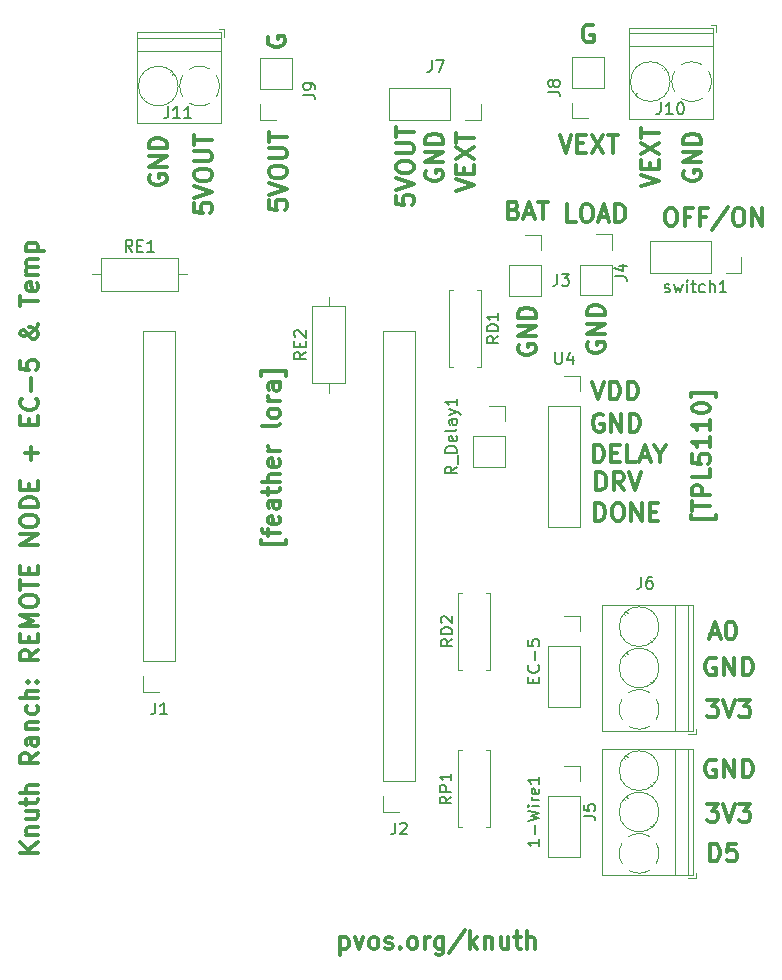
<source format=gbr>
G04 #@! TF.GenerationSoftware,KiCad,Pcbnew,5.0.2-bee76a0~70~ubuntu18.04.1*
G04 #@! TF.CreationDate,2019-07-28T23:16:02-04:00*
G04 #@! TF.ProjectId,knuth-gateway,6b6e7574-682d-4676-9174-657761792e6b,rev?*
G04 #@! TF.SameCoordinates,Original*
G04 #@! TF.FileFunction,Legend,Top*
G04 #@! TF.FilePolarity,Positive*
%FSLAX46Y46*%
G04 Gerber Fmt 4.6, Leading zero omitted, Abs format (unit mm)*
G04 Created by KiCad (PCBNEW 5.0.2-bee76a0~70~ubuntu18.04.1) date Sun 28 Jul 2019 11:16:02 PM EDT*
%MOMM*%
%LPD*%
G01*
G04 APERTURE LIST*
%ADD10C,0.300000*%
%ADD11C,0.120000*%
%ADD12C,0.150000*%
G04 APERTURE END LIST*
D10*
X243577371Y-61798685D02*
X245077371Y-61298685D01*
X243577371Y-60798685D01*
X244291657Y-60298685D02*
X244291657Y-59798685D01*
X245077371Y-59584400D02*
X245077371Y-60298685D01*
X243577371Y-60298685D01*
X243577371Y-59584400D01*
X243577371Y-59084400D02*
X245077371Y-58084400D01*
X243577371Y-58084400D02*
X245077371Y-59084400D01*
X243577371Y-57727257D02*
X243577371Y-56870114D01*
X245077371Y-57298685D02*
X243577371Y-57298685D01*
X241058000Y-60070857D02*
X240986571Y-60213714D01*
X240986571Y-60428000D01*
X241058000Y-60642285D01*
X241200857Y-60785142D01*
X241343714Y-60856571D01*
X241629428Y-60928000D01*
X241843714Y-60928000D01*
X242129428Y-60856571D01*
X242272285Y-60785142D01*
X242415142Y-60642285D01*
X242486571Y-60428000D01*
X242486571Y-60285142D01*
X242415142Y-60070857D01*
X242343714Y-59999428D01*
X241843714Y-59999428D01*
X241843714Y-60285142D01*
X242486571Y-59356571D02*
X240986571Y-59356571D01*
X242486571Y-58499428D01*
X240986571Y-58499428D01*
X242486571Y-57785142D02*
X240986571Y-57785142D01*
X240986571Y-57428000D01*
X241058000Y-57213714D01*
X241200857Y-57070857D01*
X241343714Y-56999428D01*
X241629428Y-56928000D01*
X241843714Y-56928000D01*
X242129428Y-56999428D01*
X242272285Y-57070857D01*
X242415142Y-57213714D01*
X242486571Y-57428000D01*
X242486571Y-57785142D01*
X238497371Y-62169371D02*
X238497371Y-62883657D01*
X239211657Y-62955085D01*
X239140228Y-62883657D01*
X239068800Y-62740800D01*
X239068800Y-62383657D01*
X239140228Y-62240800D01*
X239211657Y-62169371D01*
X239354514Y-62097942D01*
X239711657Y-62097942D01*
X239854514Y-62169371D01*
X239925942Y-62240800D01*
X239997371Y-62383657D01*
X239997371Y-62740800D01*
X239925942Y-62883657D01*
X239854514Y-62955085D01*
X238497371Y-61669371D02*
X239997371Y-61169371D01*
X238497371Y-60669371D01*
X238497371Y-59883657D02*
X238497371Y-59597942D01*
X238568800Y-59455085D01*
X238711657Y-59312228D01*
X238997371Y-59240800D01*
X239497371Y-59240800D01*
X239783085Y-59312228D01*
X239925942Y-59455085D01*
X239997371Y-59597942D01*
X239997371Y-59883657D01*
X239925942Y-60026514D01*
X239783085Y-60169371D01*
X239497371Y-60240800D01*
X238997371Y-60240800D01*
X238711657Y-60169371D01*
X238568800Y-60026514D01*
X238497371Y-59883657D01*
X238497371Y-58597942D02*
X239711657Y-58597942D01*
X239854514Y-58526514D01*
X239925942Y-58455085D01*
X239997371Y-58312228D01*
X239997371Y-58026514D01*
X239925942Y-57883657D01*
X239854514Y-57812228D01*
X239711657Y-57740800D01*
X238497371Y-57740800D01*
X238497371Y-57240800D02*
X238497371Y-56383657D01*
X239997371Y-56812228D02*
X238497371Y-56812228D01*
X262902000Y-60070857D02*
X262830571Y-60213714D01*
X262830571Y-60428000D01*
X262902000Y-60642285D01*
X263044857Y-60785142D01*
X263187714Y-60856571D01*
X263473428Y-60928000D01*
X263687714Y-60928000D01*
X263973428Y-60856571D01*
X264116285Y-60785142D01*
X264259142Y-60642285D01*
X264330571Y-60428000D01*
X264330571Y-60285142D01*
X264259142Y-60070857D01*
X264187714Y-59999428D01*
X263687714Y-59999428D01*
X263687714Y-60285142D01*
X264330571Y-59356571D02*
X262830571Y-59356571D01*
X264330571Y-58499428D01*
X262830571Y-58499428D01*
X264330571Y-57785142D02*
X262830571Y-57785142D01*
X262830571Y-57428000D01*
X262902000Y-57213714D01*
X263044857Y-57070857D01*
X263187714Y-56999428D01*
X263473428Y-56928000D01*
X263687714Y-56928000D01*
X263973428Y-56999428D01*
X264116285Y-57070857D01*
X264259142Y-57213714D01*
X264330571Y-57428000D01*
X264330571Y-57785142D01*
X259274571Y-61392285D02*
X260774571Y-60892285D01*
X259274571Y-60392285D01*
X259988857Y-59892285D02*
X259988857Y-59392285D01*
X260774571Y-59178000D02*
X260774571Y-59892285D01*
X259274571Y-59892285D01*
X259274571Y-59178000D01*
X259274571Y-58678000D02*
X260774571Y-57678000D01*
X259274571Y-57678000D02*
X260774571Y-58678000D01*
X259274571Y-57320857D02*
X259274571Y-56463714D01*
X260774571Y-56892285D02*
X259274571Y-56892285D01*
X255154857Y-47764000D02*
X255012000Y-47692571D01*
X254797714Y-47692571D01*
X254583428Y-47764000D01*
X254440571Y-47906857D01*
X254369142Y-48049714D01*
X254297714Y-48335428D01*
X254297714Y-48549714D01*
X254369142Y-48835428D01*
X254440571Y-48978285D01*
X254583428Y-49121142D01*
X254797714Y-49192571D01*
X254940571Y-49192571D01*
X255154857Y-49121142D01*
X255226285Y-49049714D01*
X255226285Y-48549714D01*
X254940571Y-48549714D01*
X252348514Y-57039771D02*
X252848514Y-58539771D01*
X253348514Y-57039771D01*
X253848514Y-57754057D02*
X254348514Y-57754057D01*
X254562800Y-58539771D02*
X253848514Y-58539771D01*
X253848514Y-57039771D01*
X254562800Y-57039771D01*
X255062800Y-57039771D02*
X256062800Y-58539771D01*
X256062800Y-57039771D02*
X255062800Y-58539771D01*
X256419942Y-57039771D02*
X257277085Y-57039771D01*
X256848514Y-58539771D02*
X256848514Y-57039771D01*
X227697600Y-48730742D02*
X227626171Y-48873600D01*
X227626171Y-49087885D01*
X227697600Y-49302171D01*
X227840457Y-49445028D01*
X227983314Y-49516457D01*
X228269028Y-49587885D01*
X228483314Y-49587885D01*
X228769028Y-49516457D01*
X228911885Y-49445028D01*
X229054742Y-49302171D01*
X229126171Y-49087885D01*
X229126171Y-48945028D01*
X229054742Y-48730742D01*
X228983314Y-48659314D01*
X228483314Y-48659314D01*
X228483314Y-48945028D01*
X227727771Y-62575771D02*
X227727771Y-63290057D01*
X228442057Y-63361485D01*
X228370628Y-63290057D01*
X228299200Y-63147200D01*
X228299200Y-62790057D01*
X228370628Y-62647200D01*
X228442057Y-62575771D01*
X228584914Y-62504342D01*
X228942057Y-62504342D01*
X229084914Y-62575771D01*
X229156342Y-62647200D01*
X229227771Y-62790057D01*
X229227771Y-63147200D01*
X229156342Y-63290057D01*
X229084914Y-63361485D01*
X227727771Y-62075771D02*
X229227771Y-61575771D01*
X227727771Y-61075771D01*
X227727771Y-60290057D02*
X227727771Y-60004342D01*
X227799200Y-59861485D01*
X227942057Y-59718628D01*
X228227771Y-59647200D01*
X228727771Y-59647200D01*
X229013485Y-59718628D01*
X229156342Y-59861485D01*
X229227771Y-60004342D01*
X229227771Y-60290057D01*
X229156342Y-60432914D01*
X229013485Y-60575771D01*
X228727771Y-60647200D01*
X228227771Y-60647200D01*
X227942057Y-60575771D01*
X227799200Y-60432914D01*
X227727771Y-60290057D01*
X227727771Y-59004342D02*
X228942057Y-59004342D01*
X229084914Y-58932914D01*
X229156342Y-58861485D01*
X229227771Y-58718628D01*
X229227771Y-58432914D01*
X229156342Y-58290057D01*
X229084914Y-58218628D01*
X228942057Y-58147200D01*
X227727771Y-58147200D01*
X227727771Y-57647200D02*
X227727771Y-56790057D01*
X229227771Y-57218628D02*
X227727771Y-57218628D01*
X221428571Y-62829771D02*
X221428571Y-63544057D01*
X222142857Y-63615485D01*
X222071428Y-63544057D01*
X222000000Y-63401200D01*
X222000000Y-63044057D01*
X222071428Y-62901200D01*
X222142857Y-62829771D01*
X222285714Y-62758342D01*
X222642857Y-62758342D01*
X222785714Y-62829771D01*
X222857142Y-62901200D01*
X222928571Y-63044057D01*
X222928571Y-63401200D01*
X222857142Y-63544057D01*
X222785714Y-63615485D01*
X221428571Y-62329771D02*
X222928571Y-61829771D01*
X221428571Y-61329771D01*
X221428571Y-60544057D02*
X221428571Y-60258342D01*
X221500000Y-60115485D01*
X221642857Y-59972628D01*
X221928571Y-59901200D01*
X222428571Y-59901200D01*
X222714285Y-59972628D01*
X222857142Y-60115485D01*
X222928571Y-60258342D01*
X222928571Y-60544057D01*
X222857142Y-60686914D01*
X222714285Y-60829771D01*
X222428571Y-60901200D01*
X221928571Y-60901200D01*
X221642857Y-60829771D01*
X221500000Y-60686914D01*
X221428571Y-60544057D01*
X221428571Y-59258342D02*
X222642857Y-59258342D01*
X222785714Y-59186914D01*
X222857142Y-59115485D01*
X222928571Y-58972628D01*
X222928571Y-58686914D01*
X222857142Y-58544057D01*
X222785714Y-58472628D01*
X222642857Y-58401200D01*
X221428571Y-58401200D01*
X221428571Y-57901200D02*
X221428571Y-57044057D01*
X222928571Y-57472628D02*
X221428571Y-57472628D01*
X217639200Y-60426457D02*
X217567771Y-60569314D01*
X217567771Y-60783600D01*
X217639200Y-60997885D01*
X217782057Y-61140742D01*
X217924914Y-61212171D01*
X218210628Y-61283600D01*
X218424914Y-61283600D01*
X218710628Y-61212171D01*
X218853485Y-61140742D01*
X218996342Y-60997885D01*
X219067771Y-60783600D01*
X219067771Y-60640742D01*
X218996342Y-60426457D01*
X218924914Y-60355028D01*
X218424914Y-60355028D01*
X218424914Y-60640742D01*
X219067771Y-59712171D02*
X217567771Y-59712171D01*
X219067771Y-58855028D01*
X217567771Y-58855028D01*
X219067771Y-58140742D02*
X217567771Y-58140742D01*
X217567771Y-57783600D01*
X217639200Y-57569314D01*
X217782057Y-57426457D01*
X217924914Y-57355028D01*
X218210628Y-57283600D01*
X218424914Y-57283600D01*
X218710628Y-57355028D01*
X218853485Y-57426457D01*
X218996342Y-57569314D01*
X219067771Y-57783600D01*
X219067771Y-58140742D01*
X255111500Y-77918571D02*
X255611500Y-79418571D01*
X256111500Y-77918571D01*
X256611500Y-79418571D02*
X256611500Y-77918571D01*
X256968642Y-77918571D01*
X257182928Y-77990000D01*
X257325785Y-78132857D01*
X257397214Y-78275714D01*
X257468642Y-78561428D01*
X257468642Y-78775714D01*
X257397214Y-79061428D01*
X257325785Y-79204285D01*
X257182928Y-79347142D01*
X256968642Y-79418571D01*
X256611500Y-79418571D01*
X258111500Y-79418571D02*
X258111500Y-77918571D01*
X258468642Y-77918571D01*
X258682928Y-77990000D01*
X258825785Y-78132857D01*
X258897214Y-78275714D01*
X258968642Y-78561428D01*
X258968642Y-78775714D01*
X258897214Y-79061428D01*
X258825785Y-79204285D01*
X258682928Y-79347142D01*
X258468642Y-79418571D01*
X258111500Y-79418571D01*
X256006742Y-80720500D02*
X255863885Y-80649071D01*
X255649600Y-80649071D01*
X255435314Y-80720500D01*
X255292457Y-80863357D01*
X255221028Y-81006214D01*
X255149600Y-81291928D01*
X255149600Y-81506214D01*
X255221028Y-81791928D01*
X255292457Y-81934785D01*
X255435314Y-82077642D01*
X255649600Y-82149071D01*
X255792457Y-82149071D01*
X256006742Y-82077642D01*
X256078171Y-82006214D01*
X256078171Y-81506214D01*
X255792457Y-81506214D01*
X256721028Y-82149071D02*
X256721028Y-80649071D01*
X257578171Y-82149071D01*
X257578171Y-80649071D01*
X258292457Y-82149071D02*
X258292457Y-80649071D01*
X258649600Y-80649071D01*
X258863885Y-80720500D01*
X259006742Y-80863357D01*
X259078171Y-81006214D01*
X259149600Y-81291928D01*
X259149600Y-81506214D01*
X259078171Y-81791928D01*
X259006742Y-81934785D01*
X258863885Y-82077642D01*
X258649600Y-82149071D01*
X258292457Y-82149071D01*
X255226714Y-84752571D02*
X255226714Y-83252571D01*
X255583857Y-83252571D01*
X255798142Y-83324000D01*
X255941000Y-83466857D01*
X256012428Y-83609714D01*
X256083857Y-83895428D01*
X256083857Y-84109714D01*
X256012428Y-84395428D01*
X255941000Y-84538285D01*
X255798142Y-84681142D01*
X255583857Y-84752571D01*
X255226714Y-84752571D01*
X256726714Y-83966857D02*
X257226714Y-83966857D01*
X257441000Y-84752571D02*
X256726714Y-84752571D01*
X256726714Y-83252571D01*
X257441000Y-83252571D01*
X258798142Y-84752571D02*
X258083857Y-84752571D01*
X258083857Y-83252571D01*
X259226714Y-84324000D02*
X259941000Y-84324000D01*
X259083857Y-84752571D02*
X259583857Y-83252571D01*
X260083857Y-84752571D01*
X260869571Y-84038285D02*
X260869571Y-84752571D01*
X260369571Y-83252571D02*
X260869571Y-84038285D01*
X261369571Y-83252571D01*
X255452785Y-87102071D02*
X255452785Y-85602071D01*
X255809928Y-85602071D01*
X256024214Y-85673500D01*
X256167071Y-85816357D01*
X256238500Y-85959214D01*
X256309928Y-86244928D01*
X256309928Y-86459214D01*
X256238500Y-86744928D01*
X256167071Y-86887785D01*
X256024214Y-87030642D01*
X255809928Y-87102071D01*
X255452785Y-87102071D01*
X257809928Y-87102071D02*
X257309928Y-86387785D01*
X256952785Y-87102071D02*
X256952785Y-85602071D01*
X257524214Y-85602071D01*
X257667071Y-85673500D01*
X257738500Y-85744928D01*
X257809928Y-85887785D01*
X257809928Y-86102071D01*
X257738500Y-86244928D01*
X257667071Y-86316357D01*
X257524214Y-86387785D01*
X256952785Y-86387785D01*
X258238500Y-85602071D02*
X258738500Y-87102071D01*
X259238500Y-85602071D01*
X255357642Y-89705571D02*
X255357642Y-88205571D01*
X255714785Y-88205571D01*
X255929071Y-88277000D01*
X256071928Y-88419857D01*
X256143357Y-88562714D01*
X256214785Y-88848428D01*
X256214785Y-89062714D01*
X256143357Y-89348428D01*
X256071928Y-89491285D01*
X255929071Y-89634142D01*
X255714785Y-89705571D01*
X255357642Y-89705571D01*
X257143357Y-88205571D02*
X257429071Y-88205571D01*
X257571928Y-88277000D01*
X257714785Y-88419857D01*
X257786214Y-88705571D01*
X257786214Y-89205571D01*
X257714785Y-89491285D01*
X257571928Y-89634142D01*
X257429071Y-89705571D01*
X257143357Y-89705571D01*
X257000500Y-89634142D01*
X256857642Y-89491285D01*
X256786214Y-89205571D01*
X256786214Y-88705571D01*
X256857642Y-88419857D01*
X257000500Y-88277000D01*
X257143357Y-88205571D01*
X258429071Y-89705571D02*
X258429071Y-88205571D01*
X259286214Y-89705571D01*
X259286214Y-88205571D01*
X260000500Y-88919857D02*
X260500500Y-88919857D01*
X260714785Y-89705571D02*
X260000500Y-89705571D01*
X260000500Y-88205571D01*
X260714785Y-88205571D01*
X248881200Y-74802857D02*
X248809771Y-74945714D01*
X248809771Y-75160000D01*
X248881200Y-75374285D01*
X249024057Y-75517142D01*
X249166914Y-75588571D01*
X249452628Y-75660000D01*
X249666914Y-75660000D01*
X249952628Y-75588571D01*
X250095485Y-75517142D01*
X250238342Y-75374285D01*
X250309771Y-75160000D01*
X250309771Y-75017142D01*
X250238342Y-74802857D01*
X250166914Y-74731428D01*
X249666914Y-74731428D01*
X249666914Y-75017142D01*
X250309771Y-74088571D02*
X248809771Y-74088571D01*
X250309771Y-73231428D01*
X248809771Y-73231428D01*
X250309771Y-72517142D02*
X248809771Y-72517142D01*
X248809771Y-72160000D01*
X248881200Y-71945714D01*
X249024057Y-71802857D01*
X249166914Y-71731428D01*
X249452628Y-71660000D01*
X249666914Y-71660000D01*
X249952628Y-71731428D01*
X250095485Y-71802857D01*
X250238342Y-71945714D01*
X250309771Y-72160000D01*
X250309771Y-72517142D01*
X253708114Y-64381771D02*
X252993828Y-64381771D01*
X252993828Y-62881771D01*
X254493828Y-62881771D02*
X254779542Y-62881771D01*
X254922400Y-62953200D01*
X255065257Y-63096057D01*
X255136685Y-63381771D01*
X255136685Y-63881771D01*
X255065257Y-64167485D01*
X254922400Y-64310342D01*
X254779542Y-64381771D01*
X254493828Y-64381771D01*
X254350971Y-64310342D01*
X254208114Y-64167485D01*
X254136685Y-63881771D01*
X254136685Y-63381771D01*
X254208114Y-63096057D01*
X254350971Y-62953200D01*
X254493828Y-62881771D01*
X255708114Y-63953200D02*
X256422400Y-63953200D01*
X255565257Y-64381771D02*
X256065257Y-62881771D01*
X256565257Y-64381771D01*
X257065257Y-64381771D02*
X257065257Y-62881771D01*
X257422400Y-62881771D01*
X257636685Y-62953200D01*
X257779542Y-63096057D01*
X257850971Y-63238914D01*
X257922400Y-63524628D01*
X257922400Y-63738914D01*
X257850971Y-64024628D01*
X257779542Y-64167485D01*
X257636685Y-64310342D01*
X257422400Y-64381771D01*
X257065257Y-64381771D01*
X265592571Y-89226400D02*
X265592571Y-89583542D01*
X263449714Y-89583542D01*
X263449714Y-89226400D01*
X263592571Y-88869257D02*
X263592571Y-88012114D01*
X265092571Y-88440685D02*
X263592571Y-88440685D01*
X265092571Y-87512114D02*
X263592571Y-87512114D01*
X263592571Y-86940685D01*
X263664000Y-86797828D01*
X263735428Y-86726400D01*
X263878285Y-86654971D01*
X264092571Y-86654971D01*
X264235428Y-86726400D01*
X264306857Y-86797828D01*
X264378285Y-86940685D01*
X264378285Y-87512114D01*
X265092571Y-85297828D02*
X265092571Y-86012114D01*
X263592571Y-86012114D01*
X263592571Y-84083542D02*
X263592571Y-84797828D01*
X264306857Y-84869257D01*
X264235428Y-84797828D01*
X264164000Y-84654971D01*
X264164000Y-84297828D01*
X264235428Y-84154971D01*
X264306857Y-84083542D01*
X264449714Y-84012114D01*
X264806857Y-84012114D01*
X264949714Y-84083542D01*
X265021142Y-84154971D01*
X265092571Y-84297828D01*
X265092571Y-84654971D01*
X265021142Y-84797828D01*
X264949714Y-84869257D01*
X265092571Y-82583542D02*
X265092571Y-83440685D01*
X265092571Y-83012114D02*
X263592571Y-83012114D01*
X263806857Y-83154971D01*
X263949714Y-83297828D01*
X264021142Y-83440685D01*
X265092571Y-81154971D02*
X265092571Y-82012114D01*
X265092571Y-81583542D02*
X263592571Y-81583542D01*
X263806857Y-81726400D01*
X263949714Y-81869257D01*
X264021142Y-82012114D01*
X263592571Y-80226400D02*
X263592571Y-80083542D01*
X263664000Y-79940685D01*
X263735428Y-79869257D01*
X263878285Y-79797828D01*
X264164000Y-79726400D01*
X264521142Y-79726400D01*
X264806857Y-79797828D01*
X264949714Y-79869257D01*
X265021142Y-79940685D01*
X265092571Y-80083542D01*
X265092571Y-80226400D01*
X265021142Y-80369257D01*
X264949714Y-80440685D01*
X264806857Y-80512114D01*
X264521142Y-80583542D01*
X264164000Y-80583542D01*
X263878285Y-80512114D01*
X263735428Y-80440685D01*
X263664000Y-80369257D01*
X263592571Y-80226400D01*
X265592571Y-79226400D02*
X265592571Y-78869257D01*
X263449714Y-78869257D01*
X263449714Y-79226400D01*
X229168971Y-91343085D02*
X229168971Y-91700228D01*
X227026114Y-91700228D01*
X227026114Y-91343085D01*
X227668971Y-90985942D02*
X227668971Y-90414514D01*
X228668971Y-90771657D02*
X227383257Y-90771657D01*
X227240400Y-90700228D01*
X227168971Y-90557371D01*
X227168971Y-90414514D01*
X228597542Y-89343085D02*
X228668971Y-89485942D01*
X228668971Y-89771657D01*
X228597542Y-89914514D01*
X228454685Y-89985942D01*
X227883257Y-89985942D01*
X227740400Y-89914514D01*
X227668971Y-89771657D01*
X227668971Y-89485942D01*
X227740400Y-89343085D01*
X227883257Y-89271657D01*
X228026114Y-89271657D01*
X228168971Y-89985942D01*
X228668971Y-87985942D02*
X227883257Y-87985942D01*
X227740400Y-88057371D01*
X227668971Y-88200228D01*
X227668971Y-88485942D01*
X227740400Y-88628800D01*
X228597542Y-87985942D02*
X228668971Y-88128800D01*
X228668971Y-88485942D01*
X228597542Y-88628800D01*
X228454685Y-88700228D01*
X228311828Y-88700228D01*
X228168971Y-88628800D01*
X228097542Y-88485942D01*
X228097542Y-88128800D01*
X228026114Y-87985942D01*
X227668971Y-87485942D02*
X227668971Y-86914514D01*
X227168971Y-87271657D02*
X228454685Y-87271657D01*
X228597542Y-87200228D01*
X228668971Y-87057371D01*
X228668971Y-86914514D01*
X228668971Y-86414514D02*
X227168971Y-86414514D01*
X228668971Y-85771657D02*
X227883257Y-85771657D01*
X227740400Y-85843085D01*
X227668971Y-85985942D01*
X227668971Y-86200228D01*
X227740400Y-86343085D01*
X227811828Y-86414514D01*
X228597542Y-84485942D02*
X228668971Y-84628800D01*
X228668971Y-84914514D01*
X228597542Y-85057371D01*
X228454685Y-85128800D01*
X227883257Y-85128800D01*
X227740400Y-85057371D01*
X227668971Y-84914514D01*
X227668971Y-84628800D01*
X227740400Y-84485942D01*
X227883257Y-84414514D01*
X228026114Y-84414514D01*
X228168971Y-85128800D01*
X228668971Y-83771657D02*
X227668971Y-83771657D01*
X227954685Y-83771657D02*
X227811828Y-83700228D01*
X227740400Y-83628800D01*
X227668971Y-83485942D01*
X227668971Y-83343085D01*
X228668971Y-81485942D02*
X228597542Y-81628800D01*
X228454685Y-81700228D01*
X227168971Y-81700228D01*
X228668971Y-80700228D02*
X228597542Y-80843085D01*
X228526114Y-80914514D01*
X228383257Y-80985942D01*
X227954685Y-80985942D01*
X227811828Y-80914514D01*
X227740400Y-80843085D01*
X227668971Y-80700228D01*
X227668971Y-80485942D01*
X227740400Y-80343085D01*
X227811828Y-80271657D01*
X227954685Y-80200228D01*
X228383257Y-80200228D01*
X228526114Y-80271657D01*
X228597542Y-80343085D01*
X228668971Y-80485942D01*
X228668971Y-80700228D01*
X228668971Y-79557371D02*
X227668971Y-79557371D01*
X227954685Y-79557371D02*
X227811828Y-79485942D01*
X227740400Y-79414514D01*
X227668971Y-79271657D01*
X227668971Y-79128800D01*
X228668971Y-77985942D02*
X227883257Y-77985942D01*
X227740400Y-78057371D01*
X227668971Y-78200228D01*
X227668971Y-78485942D01*
X227740400Y-78628800D01*
X228597542Y-77985942D02*
X228668971Y-78128800D01*
X228668971Y-78485942D01*
X228597542Y-78628800D01*
X228454685Y-78700228D01*
X228311828Y-78700228D01*
X228168971Y-78628800D01*
X228097542Y-78485942D01*
X228097542Y-78128800D01*
X228026114Y-77985942D01*
X229168971Y-77414514D02*
X229168971Y-77057371D01*
X227026114Y-77057371D01*
X227026114Y-77414514D01*
X248473257Y-63392857D02*
X248687542Y-63464285D01*
X248758971Y-63535714D01*
X248830400Y-63678571D01*
X248830400Y-63892857D01*
X248758971Y-64035714D01*
X248687542Y-64107142D01*
X248544685Y-64178571D01*
X247973257Y-64178571D01*
X247973257Y-62678571D01*
X248473257Y-62678571D01*
X248616114Y-62750000D01*
X248687542Y-62821428D01*
X248758971Y-62964285D01*
X248758971Y-63107142D01*
X248687542Y-63250000D01*
X248616114Y-63321428D01*
X248473257Y-63392857D01*
X247973257Y-63392857D01*
X249401828Y-63750000D02*
X250116114Y-63750000D01*
X249258971Y-64178571D02*
X249758971Y-62678571D01*
X250258971Y-64178571D01*
X250544685Y-62678571D02*
X251401828Y-62678571D01*
X250973257Y-64178571D02*
X250973257Y-62678571D01*
X254723200Y-74599657D02*
X254651771Y-74742514D01*
X254651771Y-74956800D01*
X254723200Y-75171085D01*
X254866057Y-75313942D01*
X255008914Y-75385371D01*
X255294628Y-75456800D01*
X255508914Y-75456800D01*
X255794628Y-75385371D01*
X255937485Y-75313942D01*
X256080342Y-75171085D01*
X256151771Y-74956800D01*
X256151771Y-74813942D01*
X256080342Y-74599657D01*
X256008914Y-74528228D01*
X255508914Y-74528228D01*
X255508914Y-74813942D01*
X256151771Y-73885371D02*
X254651771Y-73885371D01*
X256151771Y-73028228D01*
X254651771Y-73028228D01*
X256151771Y-72313942D02*
X254651771Y-72313942D01*
X254651771Y-71956800D01*
X254723200Y-71742514D01*
X254866057Y-71599657D01*
X255008914Y-71528228D01*
X255294628Y-71456800D01*
X255508914Y-71456800D01*
X255794628Y-71528228D01*
X255937485Y-71599657D01*
X256080342Y-71742514D01*
X256151771Y-71956800D01*
X256151771Y-72313942D01*
X265120571Y-99310000D02*
X265834857Y-99310000D01*
X264977714Y-99738571D02*
X265477714Y-98238571D01*
X265977714Y-99738571D01*
X266763428Y-98238571D02*
X266906285Y-98238571D01*
X267049142Y-98310000D01*
X267120571Y-98381428D01*
X267192000Y-98524285D01*
X267263428Y-98810000D01*
X267263428Y-99167142D01*
X267192000Y-99452857D01*
X267120571Y-99595714D01*
X267049142Y-99667142D01*
X266906285Y-99738571D01*
X266763428Y-99738571D01*
X266620571Y-99667142D01*
X266549142Y-99595714D01*
X266477714Y-99452857D01*
X266406285Y-99167142D01*
X266406285Y-98810000D01*
X266477714Y-98524285D01*
X266549142Y-98381428D01*
X266620571Y-98310000D01*
X266763428Y-98238571D01*
X264842857Y-104842571D02*
X265771428Y-104842571D01*
X265271428Y-105414000D01*
X265485714Y-105414000D01*
X265628571Y-105485428D01*
X265700000Y-105556857D01*
X265771428Y-105699714D01*
X265771428Y-106056857D01*
X265700000Y-106199714D01*
X265628571Y-106271142D01*
X265485714Y-106342571D01*
X265057142Y-106342571D01*
X264914285Y-106271142D01*
X264842857Y-106199714D01*
X266200000Y-104842571D02*
X266700000Y-106342571D01*
X267200000Y-104842571D01*
X267557142Y-104842571D02*
X268485714Y-104842571D01*
X267985714Y-105414000D01*
X268200000Y-105414000D01*
X268342857Y-105485428D01*
X268414285Y-105556857D01*
X268485714Y-105699714D01*
X268485714Y-106056857D01*
X268414285Y-106199714D01*
X268342857Y-106271142D01*
X268200000Y-106342571D01*
X267771428Y-106342571D01*
X267628571Y-106271142D01*
X267557142Y-106199714D01*
X265557142Y-101358000D02*
X265414285Y-101286571D01*
X265200000Y-101286571D01*
X264985714Y-101358000D01*
X264842857Y-101500857D01*
X264771428Y-101643714D01*
X264700000Y-101929428D01*
X264700000Y-102143714D01*
X264771428Y-102429428D01*
X264842857Y-102572285D01*
X264985714Y-102715142D01*
X265200000Y-102786571D01*
X265342857Y-102786571D01*
X265557142Y-102715142D01*
X265628571Y-102643714D01*
X265628571Y-102143714D01*
X265342857Y-102143714D01*
X266271428Y-102786571D02*
X266271428Y-101286571D01*
X267128571Y-102786571D01*
X267128571Y-101286571D01*
X267842857Y-102786571D02*
X267842857Y-101286571D01*
X268200000Y-101286571D01*
X268414285Y-101358000D01*
X268557142Y-101500857D01*
X268628571Y-101643714D01*
X268700000Y-101929428D01*
X268700000Y-102143714D01*
X268628571Y-102429428D01*
X268557142Y-102572285D01*
X268414285Y-102715142D01*
X268200000Y-102786571D01*
X267842857Y-102786571D01*
X265084857Y-118534571D02*
X265084857Y-117034571D01*
X265442000Y-117034571D01*
X265656285Y-117106000D01*
X265799142Y-117248857D01*
X265870571Y-117391714D01*
X265942000Y-117677428D01*
X265942000Y-117891714D01*
X265870571Y-118177428D01*
X265799142Y-118320285D01*
X265656285Y-118463142D01*
X265442000Y-118534571D01*
X265084857Y-118534571D01*
X267299142Y-117034571D02*
X266584857Y-117034571D01*
X266513428Y-117748857D01*
X266584857Y-117677428D01*
X266727714Y-117606000D01*
X267084857Y-117606000D01*
X267227714Y-117677428D01*
X267299142Y-117748857D01*
X267370571Y-117891714D01*
X267370571Y-118248857D01*
X267299142Y-118391714D01*
X267227714Y-118463142D01*
X267084857Y-118534571D01*
X266727714Y-118534571D01*
X266584857Y-118463142D01*
X266513428Y-118391714D01*
X264842857Y-113681771D02*
X265771428Y-113681771D01*
X265271428Y-114253200D01*
X265485714Y-114253200D01*
X265628571Y-114324628D01*
X265700000Y-114396057D01*
X265771428Y-114538914D01*
X265771428Y-114896057D01*
X265700000Y-115038914D01*
X265628571Y-115110342D01*
X265485714Y-115181771D01*
X265057142Y-115181771D01*
X264914285Y-115110342D01*
X264842857Y-115038914D01*
X266200000Y-113681771D02*
X266700000Y-115181771D01*
X267200000Y-113681771D01*
X267557142Y-113681771D02*
X268485714Y-113681771D01*
X267985714Y-114253200D01*
X268200000Y-114253200D01*
X268342857Y-114324628D01*
X268414285Y-114396057D01*
X268485714Y-114538914D01*
X268485714Y-114896057D01*
X268414285Y-115038914D01*
X268342857Y-115110342D01*
X268200000Y-115181771D01*
X267771428Y-115181771D01*
X267628571Y-115110342D01*
X267557142Y-115038914D01*
X265557142Y-109994000D02*
X265414285Y-109922571D01*
X265200000Y-109922571D01*
X264985714Y-109994000D01*
X264842857Y-110136857D01*
X264771428Y-110279714D01*
X264700000Y-110565428D01*
X264700000Y-110779714D01*
X264771428Y-111065428D01*
X264842857Y-111208285D01*
X264985714Y-111351142D01*
X265200000Y-111422571D01*
X265342857Y-111422571D01*
X265557142Y-111351142D01*
X265628571Y-111279714D01*
X265628571Y-110779714D01*
X265342857Y-110779714D01*
X266271428Y-111422571D02*
X266271428Y-109922571D01*
X267128571Y-111422571D01*
X267128571Y-109922571D01*
X267842857Y-111422571D02*
X267842857Y-109922571D01*
X268200000Y-109922571D01*
X268414285Y-109994000D01*
X268557142Y-110136857D01*
X268628571Y-110279714D01*
X268700000Y-110565428D01*
X268700000Y-110779714D01*
X268628571Y-111065428D01*
X268557142Y-111208285D01*
X268414285Y-111351142D01*
X268200000Y-111422571D01*
X267842857Y-111422571D01*
X261644285Y-63237371D02*
X261930000Y-63237371D01*
X262072857Y-63308800D01*
X262215714Y-63451657D01*
X262287142Y-63737371D01*
X262287142Y-64237371D01*
X262215714Y-64523085D01*
X262072857Y-64665942D01*
X261930000Y-64737371D01*
X261644285Y-64737371D01*
X261501428Y-64665942D01*
X261358571Y-64523085D01*
X261287142Y-64237371D01*
X261287142Y-63737371D01*
X261358571Y-63451657D01*
X261501428Y-63308800D01*
X261644285Y-63237371D01*
X263430000Y-63951657D02*
X262930000Y-63951657D01*
X262930000Y-64737371D02*
X262930000Y-63237371D01*
X263644285Y-63237371D01*
X264715714Y-63951657D02*
X264215714Y-63951657D01*
X264215714Y-64737371D02*
X264215714Y-63237371D01*
X264930000Y-63237371D01*
X266572857Y-63165942D02*
X265287142Y-65094514D01*
X267358571Y-63237371D02*
X267644285Y-63237371D01*
X267787142Y-63308800D01*
X267930000Y-63451657D01*
X268001428Y-63737371D01*
X268001428Y-64237371D01*
X267930000Y-64523085D01*
X267787142Y-64665942D01*
X267644285Y-64737371D01*
X267358571Y-64737371D01*
X267215714Y-64665942D01*
X267072857Y-64523085D01*
X267001428Y-64237371D01*
X267001428Y-63737371D01*
X267072857Y-63451657D01*
X267215714Y-63308800D01*
X267358571Y-63237371D01*
X268644285Y-64737371D02*
X268644285Y-63237371D01*
X269501428Y-64737371D01*
X269501428Y-63237371D01*
X233796914Y-124951371D02*
X233796914Y-126451371D01*
X233796914Y-125022800D02*
X233939771Y-124951371D01*
X234225485Y-124951371D01*
X234368342Y-125022800D01*
X234439771Y-125094228D01*
X234511200Y-125237085D01*
X234511200Y-125665657D01*
X234439771Y-125808514D01*
X234368342Y-125879942D01*
X234225485Y-125951371D01*
X233939771Y-125951371D01*
X233796914Y-125879942D01*
X235011200Y-124951371D02*
X235368342Y-125951371D01*
X235725485Y-124951371D01*
X236511200Y-125951371D02*
X236368342Y-125879942D01*
X236296914Y-125808514D01*
X236225485Y-125665657D01*
X236225485Y-125237085D01*
X236296914Y-125094228D01*
X236368342Y-125022800D01*
X236511200Y-124951371D01*
X236725485Y-124951371D01*
X236868342Y-125022800D01*
X236939771Y-125094228D01*
X237011200Y-125237085D01*
X237011200Y-125665657D01*
X236939771Y-125808514D01*
X236868342Y-125879942D01*
X236725485Y-125951371D01*
X236511200Y-125951371D01*
X237582628Y-125879942D02*
X237725485Y-125951371D01*
X238011200Y-125951371D01*
X238154057Y-125879942D01*
X238225485Y-125737085D01*
X238225485Y-125665657D01*
X238154057Y-125522800D01*
X238011200Y-125451371D01*
X237796914Y-125451371D01*
X237654057Y-125379942D01*
X237582628Y-125237085D01*
X237582628Y-125165657D01*
X237654057Y-125022800D01*
X237796914Y-124951371D01*
X238011200Y-124951371D01*
X238154057Y-125022800D01*
X238868342Y-125808514D02*
X238939771Y-125879942D01*
X238868342Y-125951371D01*
X238796914Y-125879942D01*
X238868342Y-125808514D01*
X238868342Y-125951371D01*
X239796914Y-125951371D02*
X239654057Y-125879942D01*
X239582628Y-125808514D01*
X239511200Y-125665657D01*
X239511200Y-125237085D01*
X239582628Y-125094228D01*
X239654057Y-125022800D01*
X239796914Y-124951371D01*
X240011200Y-124951371D01*
X240154057Y-125022800D01*
X240225485Y-125094228D01*
X240296914Y-125237085D01*
X240296914Y-125665657D01*
X240225485Y-125808514D01*
X240154057Y-125879942D01*
X240011200Y-125951371D01*
X239796914Y-125951371D01*
X240939771Y-125951371D02*
X240939771Y-124951371D01*
X240939771Y-125237085D02*
X241011200Y-125094228D01*
X241082628Y-125022800D01*
X241225485Y-124951371D01*
X241368342Y-124951371D01*
X242511200Y-124951371D02*
X242511200Y-126165657D01*
X242439771Y-126308514D01*
X242368342Y-126379942D01*
X242225485Y-126451371D01*
X242011200Y-126451371D01*
X241868342Y-126379942D01*
X242511200Y-125879942D02*
X242368342Y-125951371D01*
X242082628Y-125951371D01*
X241939771Y-125879942D01*
X241868342Y-125808514D01*
X241796914Y-125665657D01*
X241796914Y-125237085D01*
X241868342Y-125094228D01*
X241939771Y-125022800D01*
X242082628Y-124951371D01*
X242368342Y-124951371D01*
X242511200Y-125022800D01*
X244296914Y-124379942D02*
X243011200Y-126308514D01*
X244796914Y-125951371D02*
X244796914Y-124451371D01*
X244939771Y-125379942D02*
X245368342Y-125951371D01*
X245368342Y-124951371D02*
X244796914Y-125522800D01*
X246011200Y-124951371D02*
X246011200Y-125951371D01*
X246011200Y-125094228D02*
X246082628Y-125022800D01*
X246225485Y-124951371D01*
X246439771Y-124951371D01*
X246582628Y-125022800D01*
X246654057Y-125165657D01*
X246654057Y-125951371D01*
X248011200Y-124951371D02*
X248011200Y-125951371D01*
X247368342Y-124951371D02*
X247368342Y-125737085D01*
X247439771Y-125879942D01*
X247582628Y-125951371D01*
X247796914Y-125951371D01*
X247939771Y-125879942D01*
X248011200Y-125808514D01*
X248511200Y-124951371D02*
X249082628Y-124951371D01*
X248725485Y-124451371D02*
X248725485Y-125737085D01*
X248796914Y-125879942D01*
X248939771Y-125951371D01*
X249082628Y-125951371D01*
X249582628Y-125951371D02*
X249582628Y-124451371D01*
X250225485Y-125951371D02*
X250225485Y-125165657D01*
X250154057Y-125022800D01*
X250011200Y-124951371D01*
X249796914Y-124951371D01*
X249654057Y-125022800D01*
X249582628Y-125094228D01*
X208196571Y-117784514D02*
X206696571Y-117784514D01*
X208196571Y-116927371D02*
X207339428Y-117570228D01*
X206696571Y-116927371D02*
X207553714Y-117784514D01*
X207196571Y-116284514D02*
X208196571Y-116284514D01*
X207339428Y-116284514D02*
X207268000Y-116213085D01*
X207196571Y-116070228D01*
X207196571Y-115855942D01*
X207268000Y-115713085D01*
X207410857Y-115641657D01*
X208196571Y-115641657D01*
X207196571Y-114284514D02*
X208196571Y-114284514D01*
X207196571Y-114927371D02*
X207982285Y-114927371D01*
X208125142Y-114855942D01*
X208196571Y-114713085D01*
X208196571Y-114498800D01*
X208125142Y-114355942D01*
X208053714Y-114284514D01*
X207196571Y-113784514D02*
X207196571Y-113213085D01*
X206696571Y-113570228D02*
X207982285Y-113570228D01*
X208125142Y-113498800D01*
X208196571Y-113355942D01*
X208196571Y-113213085D01*
X208196571Y-112713085D02*
X206696571Y-112713085D01*
X208196571Y-112070228D02*
X207410857Y-112070228D01*
X207268000Y-112141657D01*
X207196571Y-112284514D01*
X207196571Y-112498800D01*
X207268000Y-112641657D01*
X207339428Y-112713085D01*
X208196571Y-109355942D02*
X207482285Y-109855942D01*
X208196571Y-110213085D02*
X206696571Y-110213085D01*
X206696571Y-109641657D01*
X206768000Y-109498800D01*
X206839428Y-109427371D01*
X206982285Y-109355942D01*
X207196571Y-109355942D01*
X207339428Y-109427371D01*
X207410857Y-109498800D01*
X207482285Y-109641657D01*
X207482285Y-110213085D01*
X208196571Y-108070228D02*
X207410857Y-108070228D01*
X207268000Y-108141657D01*
X207196571Y-108284514D01*
X207196571Y-108570228D01*
X207268000Y-108713085D01*
X208125142Y-108070228D02*
X208196571Y-108213085D01*
X208196571Y-108570228D01*
X208125142Y-108713085D01*
X207982285Y-108784514D01*
X207839428Y-108784514D01*
X207696571Y-108713085D01*
X207625142Y-108570228D01*
X207625142Y-108213085D01*
X207553714Y-108070228D01*
X207196571Y-107355942D02*
X208196571Y-107355942D01*
X207339428Y-107355942D02*
X207268000Y-107284514D01*
X207196571Y-107141657D01*
X207196571Y-106927371D01*
X207268000Y-106784514D01*
X207410857Y-106713085D01*
X208196571Y-106713085D01*
X208125142Y-105355942D02*
X208196571Y-105498800D01*
X208196571Y-105784514D01*
X208125142Y-105927371D01*
X208053714Y-105998800D01*
X207910857Y-106070228D01*
X207482285Y-106070228D01*
X207339428Y-105998800D01*
X207268000Y-105927371D01*
X207196571Y-105784514D01*
X207196571Y-105498800D01*
X207268000Y-105355942D01*
X208196571Y-104713085D02*
X206696571Y-104713085D01*
X208196571Y-104070228D02*
X207410857Y-104070228D01*
X207268000Y-104141657D01*
X207196571Y-104284514D01*
X207196571Y-104498800D01*
X207268000Y-104641657D01*
X207339428Y-104713085D01*
X208053714Y-103355942D02*
X208125142Y-103284514D01*
X208196571Y-103355942D01*
X208125142Y-103427371D01*
X208053714Y-103355942D01*
X208196571Y-103355942D01*
X207268000Y-103355942D02*
X207339428Y-103284514D01*
X207410857Y-103355942D01*
X207339428Y-103427371D01*
X207268000Y-103355942D01*
X207410857Y-103355942D01*
X208196571Y-100641657D02*
X207482285Y-101141657D01*
X208196571Y-101498800D02*
X206696571Y-101498800D01*
X206696571Y-100927371D01*
X206768000Y-100784514D01*
X206839428Y-100713085D01*
X206982285Y-100641657D01*
X207196571Y-100641657D01*
X207339428Y-100713085D01*
X207410857Y-100784514D01*
X207482285Y-100927371D01*
X207482285Y-101498800D01*
X207410857Y-99998800D02*
X207410857Y-99498800D01*
X208196571Y-99284514D02*
X208196571Y-99998800D01*
X206696571Y-99998800D01*
X206696571Y-99284514D01*
X208196571Y-98641657D02*
X206696571Y-98641657D01*
X207768000Y-98141657D01*
X206696571Y-97641657D01*
X208196571Y-97641657D01*
X206696571Y-96641657D02*
X206696571Y-96355942D01*
X206768000Y-96213085D01*
X206910857Y-96070228D01*
X207196571Y-95998800D01*
X207696571Y-95998800D01*
X207982285Y-96070228D01*
X208125142Y-96213085D01*
X208196571Y-96355942D01*
X208196571Y-96641657D01*
X208125142Y-96784514D01*
X207982285Y-96927371D01*
X207696571Y-96998800D01*
X207196571Y-96998800D01*
X206910857Y-96927371D01*
X206768000Y-96784514D01*
X206696571Y-96641657D01*
X206696571Y-95570228D02*
X206696571Y-94713085D01*
X208196571Y-95141657D02*
X206696571Y-95141657D01*
X207410857Y-94213085D02*
X207410857Y-93713085D01*
X208196571Y-93498800D02*
X208196571Y-94213085D01*
X206696571Y-94213085D01*
X206696571Y-93498800D01*
X208196571Y-91713085D02*
X206696571Y-91713085D01*
X208196571Y-90855942D01*
X206696571Y-90855942D01*
X206696571Y-89855942D02*
X206696571Y-89570228D01*
X206768000Y-89427371D01*
X206910857Y-89284514D01*
X207196571Y-89213085D01*
X207696571Y-89213085D01*
X207982285Y-89284514D01*
X208125142Y-89427371D01*
X208196571Y-89570228D01*
X208196571Y-89855942D01*
X208125142Y-89998800D01*
X207982285Y-90141657D01*
X207696571Y-90213085D01*
X207196571Y-90213085D01*
X206910857Y-90141657D01*
X206768000Y-89998800D01*
X206696571Y-89855942D01*
X208196571Y-88570228D02*
X206696571Y-88570228D01*
X206696571Y-88213085D01*
X206768000Y-87998800D01*
X206910857Y-87855942D01*
X207053714Y-87784514D01*
X207339428Y-87713085D01*
X207553714Y-87713085D01*
X207839428Y-87784514D01*
X207982285Y-87855942D01*
X208125142Y-87998800D01*
X208196571Y-88213085D01*
X208196571Y-88570228D01*
X207410857Y-87070228D02*
X207410857Y-86570228D01*
X208196571Y-86355942D02*
X208196571Y-87070228D01*
X206696571Y-87070228D01*
X206696571Y-86355942D01*
X207625142Y-84570228D02*
X207625142Y-83427371D01*
X208196571Y-83998800D02*
X207053714Y-83998800D01*
X207410857Y-81570228D02*
X207410857Y-81070228D01*
X208196571Y-80855942D02*
X208196571Y-81570228D01*
X206696571Y-81570228D01*
X206696571Y-80855942D01*
X208053714Y-79355942D02*
X208125142Y-79427371D01*
X208196571Y-79641657D01*
X208196571Y-79784514D01*
X208125142Y-79998800D01*
X207982285Y-80141657D01*
X207839428Y-80213085D01*
X207553714Y-80284514D01*
X207339428Y-80284514D01*
X207053714Y-80213085D01*
X206910857Y-80141657D01*
X206768000Y-79998800D01*
X206696571Y-79784514D01*
X206696571Y-79641657D01*
X206768000Y-79427371D01*
X206839428Y-79355942D01*
X207625142Y-78713085D02*
X207625142Y-77570228D01*
X206696571Y-76141657D02*
X206696571Y-76855942D01*
X207410857Y-76927371D01*
X207339428Y-76855942D01*
X207268000Y-76713085D01*
X207268000Y-76355942D01*
X207339428Y-76213085D01*
X207410857Y-76141657D01*
X207553714Y-76070228D01*
X207910857Y-76070228D01*
X208053714Y-76141657D01*
X208125142Y-76213085D01*
X208196571Y-76355942D01*
X208196571Y-76713085D01*
X208125142Y-76855942D01*
X208053714Y-76927371D01*
X208196571Y-73070228D02*
X208196571Y-73141657D01*
X208125142Y-73284514D01*
X207910857Y-73498800D01*
X207482285Y-73855942D01*
X207268000Y-73998800D01*
X207053714Y-74070228D01*
X206910857Y-74070228D01*
X206768000Y-73998800D01*
X206696571Y-73855942D01*
X206696571Y-73784514D01*
X206768000Y-73641657D01*
X206910857Y-73570228D01*
X206982285Y-73570228D01*
X207125142Y-73641657D01*
X207196571Y-73713085D01*
X207482285Y-74141657D01*
X207553714Y-74213085D01*
X207696571Y-74284514D01*
X207910857Y-74284514D01*
X208053714Y-74213085D01*
X208125142Y-74141657D01*
X208196571Y-73998800D01*
X208196571Y-73784514D01*
X208125142Y-73641657D01*
X208053714Y-73570228D01*
X207768000Y-73355942D01*
X207553714Y-73284514D01*
X207410857Y-73284514D01*
X206696571Y-71498800D02*
X206696571Y-70641657D01*
X208196571Y-71070228D02*
X206696571Y-71070228D01*
X208125142Y-69570228D02*
X208196571Y-69713085D01*
X208196571Y-69998800D01*
X208125142Y-70141657D01*
X207982285Y-70213085D01*
X207410857Y-70213085D01*
X207268000Y-70141657D01*
X207196571Y-69998800D01*
X207196571Y-69713085D01*
X207268000Y-69570228D01*
X207410857Y-69498800D01*
X207553714Y-69498800D01*
X207696571Y-70213085D01*
X208196571Y-68855942D02*
X207196571Y-68855942D01*
X207339428Y-68855942D02*
X207268000Y-68784514D01*
X207196571Y-68641657D01*
X207196571Y-68427371D01*
X207268000Y-68284514D01*
X207410857Y-68213085D01*
X208196571Y-68213085D01*
X207410857Y-68213085D02*
X207268000Y-68141657D01*
X207196571Y-67998800D01*
X207196571Y-67784514D01*
X207268000Y-67641657D01*
X207410857Y-67570228D01*
X208196571Y-67570228D01*
X207196571Y-66855942D02*
X208696571Y-66855942D01*
X207268000Y-66855942D02*
X207196571Y-66713085D01*
X207196571Y-66427371D01*
X207268000Y-66284514D01*
X207339428Y-66213085D01*
X207482285Y-66141657D01*
X207910857Y-66141657D01*
X208053714Y-66213085D01*
X208125142Y-66284514D01*
X208196571Y-66427371D01*
X208196571Y-66713085D01*
X208125142Y-66855942D01*
D11*
G04 #@! TO.C,R_Delay1*
X245050000Y-82550000D02*
X247710000Y-82550000D01*
X245050000Y-82550000D02*
X245050000Y-85150000D01*
X245050000Y-85150000D02*
X247710000Y-85150000D01*
X247710000Y-82550000D02*
X247710000Y-85150000D01*
X247710000Y-79950000D02*
X247710000Y-81280000D01*
X246380000Y-79950000D02*
X247710000Y-79950000D01*
G04 #@! TO.C,U4*
X251400000Y-80010000D02*
X254060000Y-80010000D01*
X251400000Y-80010000D02*
X251400000Y-90230000D01*
X251400000Y-90230000D02*
X254060000Y-90230000D01*
X254060000Y-80010000D02*
X254060000Y-90230000D01*
X254060000Y-77410000D02*
X254060000Y-78740000D01*
X252730000Y-77410000D02*
X254060000Y-77410000D01*
G04 #@! TO.C,1-Wire1*
X252730000Y-110430000D02*
X254060000Y-110430000D01*
X254060000Y-110430000D02*
X254060000Y-111760000D01*
X254060000Y-113030000D02*
X254060000Y-118170000D01*
X251400000Y-118170000D02*
X254060000Y-118170000D01*
X251400000Y-113030000D02*
X251400000Y-118170000D01*
X251400000Y-113030000D02*
X254060000Y-113030000D01*
G04 #@! TO.C,EC-5*
X251400000Y-100330000D02*
X254060000Y-100330000D01*
X251400000Y-100330000D02*
X251400000Y-105470000D01*
X251400000Y-105470000D02*
X254060000Y-105470000D01*
X254060000Y-100330000D02*
X254060000Y-105470000D01*
X254060000Y-97730000D02*
X254060000Y-99060000D01*
X252730000Y-97730000D02*
X254060000Y-97730000D01*
G04 #@! TO.C,J1*
X219770000Y-101600000D02*
X217110000Y-101600000D01*
X219770000Y-101600000D02*
X219770000Y-73600000D01*
X219770000Y-73600000D02*
X217110000Y-73600000D01*
X217110000Y-101600000D02*
X217110000Y-73600000D01*
X217110000Y-104200000D02*
X217110000Y-102870000D01*
X218440000Y-104200000D02*
X217110000Y-104200000D01*
G04 #@! TO.C,J2*
X240090000Y-111760000D02*
X237430000Y-111760000D01*
X240090000Y-111760000D02*
X240090000Y-73600000D01*
X240090000Y-73600000D02*
X237430000Y-73600000D01*
X237430000Y-111760000D02*
X237430000Y-73600000D01*
X237430000Y-114360000D02*
X237430000Y-113030000D01*
X238760000Y-114360000D02*
X237430000Y-114360000D01*
G04 #@! TO.C,switch1*
X265125200Y-66030800D02*
X265125200Y-68690800D01*
X265125200Y-66030800D02*
X259985200Y-66030800D01*
X259985200Y-66030800D02*
X259985200Y-68690800D01*
X265125200Y-68690800D02*
X259985200Y-68690800D01*
X267725200Y-68690800D02*
X266395200Y-68690800D01*
X267725200Y-67360800D02*
X267725200Y-68690800D01*
G04 #@! TO.C,RD1*
X242978000Y-76676000D02*
X243308000Y-76676000D01*
X242978000Y-70136000D02*
X242978000Y-76676000D01*
X243308000Y-70136000D02*
X242978000Y-70136000D01*
X245718000Y-76676000D02*
X245388000Y-76676000D01*
X245718000Y-70136000D02*
X245718000Y-76676000D01*
X245388000Y-70136000D02*
X245718000Y-70136000D01*
G04 #@! TO.C,RD2*
X246150000Y-95790000D02*
X246480000Y-95790000D01*
X246480000Y-95790000D02*
X246480000Y-102330000D01*
X246480000Y-102330000D02*
X246150000Y-102330000D01*
X244070000Y-95790000D02*
X243740000Y-95790000D01*
X243740000Y-95790000D02*
X243740000Y-102330000D01*
X243740000Y-102330000D02*
X244070000Y-102330000D01*
G04 #@! TO.C,RP1*
X244070000Y-115665000D02*
X243740000Y-115665000D01*
X243740000Y-115665000D02*
X243740000Y-109125000D01*
X243740000Y-109125000D02*
X244070000Y-109125000D01*
X246150000Y-115665000D02*
X246480000Y-115665000D01*
X246480000Y-115665000D02*
X246480000Y-109125000D01*
X246480000Y-109125000D02*
X246150000Y-109125000D01*
G04 #@! TO.C,J3*
X248098000Y-68072000D02*
X250758000Y-68072000D01*
X248098000Y-68072000D02*
X248098000Y-70672000D01*
X248098000Y-70672000D02*
X250758000Y-70672000D01*
X250758000Y-68072000D02*
X250758000Y-70672000D01*
X250758000Y-65472000D02*
X250758000Y-66802000D01*
X249428000Y-65472000D02*
X250758000Y-65472000D01*
G04 #@! TO.C,J4*
X255422400Y-65421200D02*
X256752400Y-65421200D01*
X256752400Y-65421200D02*
X256752400Y-66751200D01*
X256752400Y-68021200D02*
X256752400Y-70621200D01*
X254092400Y-70621200D02*
X256752400Y-70621200D01*
X254092400Y-68021200D02*
X254092400Y-70621200D01*
X254092400Y-68021200D02*
X256752400Y-68021200D01*
G04 #@! TO.C,J5*
X263880000Y-119906000D02*
X263880000Y-119506000D01*
X263240000Y-119906000D02*
X263880000Y-119906000D01*
X260021000Y-112001000D02*
X260149000Y-112130000D01*
X257805000Y-109786000D02*
X257899000Y-109880000D01*
X260261000Y-111831000D02*
X260354000Y-111925000D01*
X258011000Y-109581000D02*
X258139000Y-109710000D01*
X260021000Y-115501000D02*
X260149000Y-115630000D01*
X257805000Y-113286000D02*
X257899000Y-113380000D01*
X260261000Y-115331000D02*
X260354000Y-115425000D01*
X258011000Y-113081000D02*
X258139000Y-113210000D01*
X255920000Y-109046000D02*
X263640000Y-109046000D01*
X255920000Y-119666000D02*
X263640000Y-119666000D01*
X263640000Y-119666000D02*
X263640000Y-109046000D01*
X255920000Y-119666000D02*
X255920000Y-109046000D01*
X262080000Y-119666000D02*
X262080000Y-109046000D01*
X263180000Y-119666000D02*
X263180000Y-109046000D01*
X260760000Y-110856000D02*
G75*
G03X260760000Y-110856000I-1680000J0D01*
G01*
X260760000Y-114356000D02*
G75*
G03X260760000Y-114356000I-1680000J0D01*
G01*
X260760099Y-117827326D02*
G75*
G02X260520000Y-118722000I-1680099J-28674D01*
G01*
X259969894Y-119281358D02*
G75*
G02X258214000Y-119296000I-889894J1425358D01*
G01*
X257654642Y-118745894D02*
G75*
G02X257640000Y-116990000I1425358J889894D01*
G01*
X258189807Y-116430495D02*
G75*
G02X259971000Y-116431000I890193J-1425505D01*
G01*
X260504721Y-116965736D02*
G75*
G02X260760000Y-117856000I-1424721J-890264D01*
G01*
G04 #@! TO.C,J6*
X263880000Y-107714000D02*
X263880000Y-107314000D01*
X263240000Y-107714000D02*
X263880000Y-107714000D01*
X260021000Y-99809000D02*
X260149000Y-99938000D01*
X257805000Y-97594000D02*
X257899000Y-97688000D01*
X260261000Y-99639000D02*
X260354000Y-99733000D01*
X258011000Y-97389000D02*
X258139000Y-97518000D01*
X260021000Y-103309000D02*
X260149000Y-103438000D01*
X257805000Y-101094000D02*
X257899000Y-101188000D01*
X260261000Y-103139000D02*
X260354000Y-103233000D01*
X258011000Y-100889000D02*
X258139000Y-101018000D01*
X255920000Y-96854000D02*
X263640000Y-96854000D01*
X255920000Y-107474000D02*
X263640000Y-107474000D01*
X263640000Y-107474000D02*
X263640000Y-96854000D01*
X255920000Y-107474000D02*
X255920000Y-96854000D01*
X262080000Y-107474000D02*
X262080000Y-96854000D01*
X263180000Y-107474000D02*
X263180000Y-96854000D01*
X260760000Y-98664000D02*
G75*
G03X260760000Y-98664000I-1680000J0D01*
G01*
X260760000Y-102164000D02*
G75*
G03X260760000Y-102164000I-1680000J0D01*
G01*
X260760099Y-105635326D02*
G75*
G02X260520000Y-106530000I-1680099J-28674D01*
G01*
X259969894Y-107089358D02*
G75*
G02X258214000Y-107104000I-889894J1425358D01*
G01*
X257654642Y-106553894D02*
G75*
G02X257640000Y-104798000I1425358J889894D01*
G01*
X258189807Y-104238495D02*
G75*
G02X259971000Y-104239000I890193J-1425505D01*
G01*
X260504721Y-104773736D02*
G75*
G02X260760000Y-105664000I-1424721J-890264D01*
G01*
G04 #@! TO.C,J7*
X243078000Y-53089500D02*
X243078000Y-55749500D01*
X243078000Y-53089500D02*
X237938000Y-53089500D01*
X237938000Y-53089500D02*
X237938000Y-55749500D01*
X243078000Y-55749500D02*
X237938000Y-55749500D01*
X245678000Y-55749500D02*
X244348000Y-55749500D01*
X245678000Y-54419500D02*
X245678000Y-55749500D01*
G04 #@! TO.C,J8*
X254762000Y-55622500D02*
X253432000Y-55622500D01*
X253432000Y-55622500D02*
X253432000Y-54292500D01*
X253432000Y-53022500D02*
X253432000Y-50422500D01*
X256092000Y-50422500D02*
X253432000Y-50422500D01*
X256092000Y-53022500D02*
X256092000Y-50422500D01*
X256092000Y-53022500D02*
X253432000Y-53022500D01*
G04 #@! TO.C,J9*
X229676000Y-53149500D02*
X227016000Y-53149500D01*
X229676000Y-53149500D02*
X229676000Y-50549500D01*
X229676000Y-50549500D02*
X227016000Y-50549500D01*
X227016000Y-53149500D02*
X227016000Y-50549500D01*
X227016000Y-55749500D02*
X227016000Y-54419500D01*
X228346000Y-55749500D02*
X227016000Y-55749500D01*
G04 #@! TO.C,J10*
X265575000Y-47714500D02*
X265175000Y-47714500D01*
X265575000Y-48354500D02*
X265575000Y-47714500D01*
X261170000Y-51573500D02*
X261299000Y-51445500D01*
X258955000Y-53789500D02*
X259049000Y-53695500D01*
X261000000Y-51333500D02*
X261094000Y-51240500D01*
X258750000Y-53583500D02*
X258879000Y-53455500D01*
X258215000Y-55674500D02*
X258215000Y-47954500D01*
X265335000Y-55674500D02*
X265335000Y-47954500D01*
X265335000Y-47954500D02*
X258215000Y-47954500D01*
X265335000Y-55674500D02*
X258215000Y-55674500D01*
X265335000Y-49514500D02*
X258215000Y-49514500D01*
X265335000Y-48414500D02*
X258215000Y-48414500D01*
X261705000Y-52514500D02*
G75*
G03X261705000Y-52514500I-1680000J0D01*
G01*
X263496326Y-50834401D02*
G75*
G02X264391000Y-51074500I28674J-1680099D01*
G01*
X264950358Y-51624606D02*
G75*
G02X264965000Y-53380500I-1425358J-889894D01*
G01*
X264414894Y-53939858D02*
G75*
G02X262659000Y-53954500I-889894J1425358D01*
G01*
X262099495Y-53404693D02*
G75*
G02X262100000Y-51623500I1425505J890193D01*
G01*
X262634736Y-51089779D02*
G75*
G02X263525000Y-50834500I890264J-1424721D01*
G01*
G04 #@! TO.C,J11*
X220978736Y-51470779D02*
G75*
G02X221869000Y-51215500I890264J-1424721D01*
G01*
X220443495Y-53785693D02*
G75*
G02X220444000Y-52004500I1425505J890193D01*
G01*
X222758894Y-54320858D02*
G75*
G02X221003000Y-54335500I-889894J1425358D01*
G01*
X223294358Y-52005606D02*
G75*
G02X223309000Y-53761500I-1425358J-889894D01*
G01*
X221840326Y-51215401D02*
G75*
G02X222735000Y-51455500I28674J-1680099D01*
G01*
X220049000Y-52895500D02*
G75*
G03X220049000Y-52895500I-1680000J0D01*
G01*
X223679000Y-48795500D02*
X216559000Y-48795500D01*
X223679000Y-49895500D02*
X216559000Y-49895500D01*
X223679000Y-56055500D02*
X216559000Y-56055500D01*
X223679000Y-48335500D02*
X216559000Y-48335500D01*
X223679000Y-56055500D02*
X223679000Y-48335500D01*
X216559000Y-56055500D02*
X216559000Y-48335500D01*
X217094000Y-53964500D02*
X217223000Y-53836500D01*
X219344000Y-51714500D02*
X219438000Y-51621500D01*
X217299000Y-54170500D02*
X217393000Y-54076500D01*
X219514000Y-51954500D02*
X219643000Y-51826500D01*
X223919000Y-48735500D02*
X223919000Y-48095500D01*
X223919000Y-48095500D02*
X223519000Y-48095500D01*
G04 #@! TO.C,RE1*
X213519000Y-67464000D02*
X213519000Y-70204000D01*
X213519000Y-70204000D02*
X220059000Y-70204000D01*
X220059000Y-70204000D02*
X220059000Y-67464000D01*
X220059000Y-67464000D02*
X213519000Y-67464000D01*
X212749000Y-68834000D02*
X213519000Y-68834000D01*
X220829000Y-68834000D02*
X220059000Y-68834000D01*
G04 #@! TO.C,RE2*
X232791000Y-70763000D02*
X232791000Y-71533000D01*
X232791000Y-78843000D02*
X232791000Y-78073000D01*
X231421000Y-71533000D02*
X231421000Y-78073000D01*
X234161000Y-71533000D02*
X231421000Y-71533000D01*
X234161000Y-78073000D02*
X234161000Y-71533000D01*
X231421000Y-78073000D02*
X234161000Y-78073000D01*
G04 #@! TO.C,R_Delay1*
D12*
X243657380Y-85121428D02*
X243181190Y-85454761D01*
X243657380Y-85692857D02*
X242657380Y-85692857D01*
X242657380Y-85311904D01*
X242705000Y-85216666D01*
X242752619Y-85169047D01*
X242847857Y-85121428D01*
X242990714Y-85121428D01*
X243085952Y-85169047D01*
X243133571Y-85216666D01*
X243181190Y-85311904D01*
X243181190Y-85692857D01*
X243752619Y-84930952D02*
X243752619Y-84169047D01*
X243657380Y-83930952D02*
X242657380Y-83930952D01*
X242657380Y-83692857D01*
X242705000Y-83550000D01*
X242800238Y-83454761D01*
X242895476Y-83407142D01*
X243085952Y-83359523D01*
X243228809Y-83359523D01*
X243419285Y-83407142D01*
X243514523Y-83454761D01*
X243609761Y-83550000D01*
X243657380Y-83692857D01*
X243657380Y-83930952D01*
X243609761Y-82550000D02*
X243657380Y-82645238D01*
X243657380Y-82835714D01*
X243609761Y-82930952D01*
X243514523Y-82978571D01*
X243133571Y-82978571D01*
X243038333Y-82930952D01*
X242990714Y-82835714D01*
X242990714Y-82645238D01*
X243038333Y-82550000D01*
X243133571Y-82502380D01*
X243228809Y-82502380D01*
X243324047Y-82978571D01*
X243657380Y-81930952D02*
X243609761Y-82026190D01*
X243514523Y-82073809D01*
X242657380Y-82073809D01*
X243657380Y-81121428D02*
X243133571Y-81121428D01*
X243038333Y-81169047D01*
X242990714Y-81264285D01*
X242990714Y-81454761D01*
X243038333Y-81550000D01*
X243609761Y-81121428D02*
X243657380Y-81216666D01*
X243657380Y-81454761D01*
X243609761Y-81550000D01*
X243514523Y-81597619D01*
X243419285Y-81597619D01*
X243324047Y-81550000D01*
X243276428Y-81454761D01*
X243276428Y-81216666D01*
X243228809Y-81121428D01*
X242990714Y-80740476D02*
X243657380Y-80502380D01*
X242990714Y-80264285D02*
X243657380Y-80502380D01*
X243895476Y-80597619D01*
X243943095Y-80645238D01*
X243990714Y-80740476D01*
X243657380Y-79359523D02*
X243657380Y-79930952D01*
X243657380Y-79645238D02*
X242657380Y-79645238D01*
X242800238Y-79740476D01*
X242895476Y-79835714D01*
X242943095Y-79930952D01*
G04 #@! TO.C,U4*
X251968095Y-75422380D02*
X251968095Y-76231904D01*
X252015714Y-76327142D01*
X252063333Y-76374761D01*
X252158571Y-76422380D01*
X252349047Y-76422380D01*
X252444285Y-76374761D01*
X252491904Y-76327142D01*
X252539523Y-76231904D01*
X252539523Y-75422380D01*
X253444285Y-75755714D02*
X253444285Y-76422380D01*
X253206190Y-75374761D02*
X252968095Y-76089047D01*
X253587142Y-76089047D01*
G04 #@! TO.C,1-Wire1*
X250642380Y-116657142D02*
X250642380Y-117228571D01*
X250642380Y-116942857D02*
X249642380Y-116942857D01*
X249785238Y-117038095D01*
X249880476Y-117133333D01*
X249928095Y-117228571D01*
X250261428Y-116228571D02*
X250261428Y-115466666D01*
X249642380Y-115085714D02*
X250642380Y-114847619D01*
X249928095Y-114657142D01*
X250642380Y-114466666D01*
X249642380Y-114228571D01*
X250642380Y-113847619D02*
X249975714Y-113847619D01*
X249642380Y-113847619D02*
X249690000Y-113895238D01*
X249737619Y-113847619D01*
X249690000Y-113800000D01*
X249642380Y-113847619D01*
X249737619Y-113847619D01*
X250642380Y-113371428D02*
X249975714Y-113371428D01*
X250166190Y-113371428D02*
X250070952Y-113323809D01*
X250023333Y-113276190D01*
X249975714Y-113180952D01*
X249975714Y-113085714D01*
X250594761Y-112371428D02*
X250642380Y-112466666D01*
X250642380Y-112657142D01*
X250594761Y-112752380D01*
X250499523Y-112800000D01*
X250118571Y-112800000D01*
X250023333Y-112752380D01*
X249975714Y-112657142D01*
X249975714Y-112466666D01*
X250023333Y-112371428D01*
X250118571Y-112323809D01*
X250213809Y-112323809D01*
X250309047Y-112800000D01*
X250642380Y-111371428D02*
X250642380Y-111942857D01*
X250642380Y-111657142D02*
X249642380Y-111657142D01*
X249785238Y-111752380D01*
X249880476Y-111847619D01*
X249928095Y-111942857D01*
G04 #@! TO.C,EC-5*
X250118571Y-103409523D02*
X250118571Y-103076190D01*
X250642380Y-102933333D02*
X250642380Y-103409523D01*
X249642380Y-103409523D01*
X249642380Y-102933333D01*
X250547142Y-101933333D02*
X250594761Y-101980952D01*
X250642380Y-102123809D01*
X250642380Y-102219047D01*
X250594761Y-102361904D01*
X250499523Y-102457142D01*
X250404285Y-102504761D01*
X250213809Y-102552380D01*
X250070952Y-102552380D01*
X249880476Y-102504761D01*
X249785238Y-102457142D01*
X249690000Y-102361904D01*
X249642380Y-102219047D01*
X249642380Y-102123809D01*
X249690000Y-101980952D01*
X249737619Y-101933333D01*
X250261428Y-101504761D02*
X250261428Y-100742857D01*
X249642380Y-99790476D02*
X249642380Y-100266666D01*
X250118571Y-100314285D01*
X250070952Y-100266666D01*
X250023333Y-100171428D01*
X250023333Y-99933333D01*
X250070952Y-99838095D01*
X250118571Y-99790476D01*
X250213809Y-99742857D01*
X250451904Y-99742857D01*
X250547142Y-99790476D01*
X250594761Y-99838095D01*
X250642380Y-99933333D01*
X250642380Y-100171428D01*
X250594761Y-100266666D01*
X250547142Y-100314285D01*
G04 #@! TO.C,J1*
X218106666Y-105092380D02*
X218106666Y-105806666D01*
X218059047Y-105949523D01*
X217963809Y-106044761D01*
X217820952Y-106092380D01*
X217725714Y-106092380D01*
X219106666Y-106092380D02*
X218535238Y-106092380D01*
X218820952Y-106092380D02*
X218820952Y-105092380D01*
X218725714Y-105235238D01*
X218630476Y-105330476D01*
X218535238Y-105378095D01*
G04 #@! TO.C,J2*
X238426666Y-115252380D02*
X238426666Y-115966666D01*
X238379047Y-116109523D01*
X238283809Y-116204761D01*
X238140952Y-116252380D01*
X238045714Y-116252380D01*
X238855238Y-115347619D02*
X238902857Y-115300000D01*
X238998095Y-115252380D01*
X239236190Y-115252380D01*
X239331428Y-115300000D01*
X239379047Y-115347619D01*
X239426666Y-115442857D01*
X239426666Y-115538095D01*
X239379047Y-115680952D01*
X238807619Y-116252380D01*
X239426666Y-116252380D01*
G04 #@! TO.C,switch1*
X261236152Y-70305561D02*
X261331390Y-70353180D01*
X261521866Y-70353180D01*
X261617104Y-70305561D01*
X261664723Y-70210323D01*
X261664723Y-70162704D01*
X261617104Y-70067466D01*
X261521866Y-70019847D01*
X261379009Y-70019847D01*
X261283771Y-69972228D01*
X261236152Y-69876990D01*
X261236152Y-69829371D01*
X261283771Y-69734133D01*
X261379009Y-69686514D01*
X261521866Y-69686514D01*
X261617104Y-69734133D01*
X261998057Y-69686514D02*
X262188533Y-70353180D01*
X262379009Y-69876990D01*
X262569485Y-70353180D01*
X262759961Y-69686514D01*
X263140914Y-70353180D02*
X263140914Y-69686514D01*
X263140914Y-69353180D02*
X263093295Y-69400800D01*
X263140914Y-69448419D01*
X263188533Y-69400800D01*
X263140914Y-69353180D01*
X263140914Y-69448419D01*
X263474247Y-69686514D02*
X263855200Y-69686514D01*
X263617104Y-69353180D02*
X263617104Y-70210323D01*
X263664723Y-70305561D01*
X263759961Y-70353180D01*
X263855200Y-70353180D01*
X264617104Y-70305561D02*
X264521866Y-70353180D01*
X264331390Y-70353180D01*
X264236152Y-70305561D01*
X264188533Y-70257942D01*
X264140914Y-70162704D01*
X264140914Y-69876990D01*
X264188533Y-69781752D01*
X264236152Y-69734133D01*
X264331390Y-69686514D01*
X264521866Y-69686514D01*
X264617104Y-69734133D01*
X265045676Y-70353180D02*
X265045676Y-69353180D01*
X265474247Y-70353180D02*
X265474247Y-69829371D01*
X265426628Y-69734133D01*
X265331390Y-69686514D01*
X265188533Y-69686514D01*
X265093295Y-69734133D01*
X265045676Y-69781752D01*
X266474247Y-70353180D02*
X265902819Y-70353180D01*
X266188533Y-70353180D02*
X266188533Y-69353180D01*
X266093295Y-69496038D01*
X265998057Y-69591276D01*
X265902819Y-69638895D01*
G04 #@! TO.C,RD1*
X247170380Y-74072666D02*
X246694190Y-74406000D01*
X247170380Y-74644095D02*
X246170380Y-74644095D01*
X246170380Y-74263142D01*
X246218000Y-74167904D01*
X246265619Y-74120285D01*
X246360857Y-74072666D01*
X246503714Y-74072666D01*
X246598952Y-74120285D01*
X246646571Y-74167904D01*
X246694190Y-74263142D01*
X246694190Y-74644095D01*
X247170380Y-73644095D02*
X246170380Y-73644095D01*
X246170380Y-73406000D01*
X246218000Y-73263142D01*
X246313238Y-73167904D01*
X246408476Y-73120285D01*
X246598952Y-73072666D01*
X246741809Y-73072666D01*
X246932285Y-73120285D01*
X247027523Y-73167904D01*
X247122761Y-73263142D01*
X247170380Y-73406000D01*
X247170380Y-73644095D01*
X247170380Y-72120285D02*
X247170380Y-72691714D01*
X247170380Y-72406000D02*
X246170380Y-72406000D01*
X246313238Y-72501238D01*
X246408476Y-72596476D01*
X246456095Y-72691714D01*
G04 #@! TO.C,RD2*
X243276380Y-99726666D02*
X242800190Y-100060000D01*
X243276380Y-100298095D02*
X242276380Y-100298095D01*
X242276380Y-99917142D01*
X242324000Y-99821904D01*
X242371619Y-99774285D01*
X242466857Y-99726666D01*
X242609714Y-99726666D01*
X242704952Y-99774285D01*
X242752571Y-99821904D01*
X242800190Y-99917142D01*
X242800190Y-100298095D01*
X243276380Y-99298095D02*
X242276380Y-99298095D01*
X242276380Y-99060000D01*
X242324000Y-98917142D01*
X242419238Y-98821904D01*
X242514476Y-98774285D01*
X242704952Y-98726666D01*
X242847809Y-98726666D01*
X243038285Y-98774285D01*
X243133523Y-98821904D01*
X243228761Y-98917142D01*
X243276380Y-99060000D01*
X243276380Y-99298095D01*
X242371619Y-98345714D02*
X242324000Y-98298095D01*
X242276380Y-98202857D01*
X242276380Y-97964761D01*
X242324000Y-97869523D01*
X242371619Y-97821904D01*
X242466857Y-97774285D01*
X242562095Y-97774285D01*
X242704952Y-97821904D01*
X243276380Y-98393333D01*
X243276380Y-97774285D01*
G04 #@! TO.C,RP1*
X243192380Y-113061666D02*
X242716190Y-113395000D01*
X243192380Y-113633095D02*
X242192380Y-113633095D01*
X242192380Y-113252142D01*
X242240000Y-113156904D01*
X242287619Y-113109285D01*
X242382857Y-113061666D01*
X242525714Y-113061666D01*
X242620952Y-113109285D01*
X242668571Y-113156904D01*
X242716190Y-113252142D01*
X242716190Y-113633095D01*
X243192380Y-112633095D02*
X242192380Y-112633095D01*
X242192380Y-112252142D01*
X242240000Y-112156904D01*
X242287619Y-112109285D01*
X242382857Y-112061666D01*
X242525714Y-112061666D01*
X242620952Y-112109285D01*
X242668571Y-112156904D01*
X242716190Y-112252142D01*
X242716190Y-112633095D01*
X243192380Y-111109285D02*
X243192380Y-111680714D01*
X243192380Y-111395000D02*
X242192380Y-111395000D01*
X242335238Y-111490238D01*
X242430476Y-111585476D01*
X242478095Y-111680714D01*
G04 #@! TO.C,J3*
X252142666Y-68794380D02*
X252142666Y-69508666D01*
X252095047Y-69651523D01*
X251999809Y-69746761D01*
X251856952Y-69794380D01*
X251761714Y-69794380D01*
X252523619Y-68794380D02*
X253142666Y-68794380D01*
X252809333Y-69175333D01*
X252952190Y-69175333D01*
X253047428Y-69222952D01*
X253095047Y-69270571D01*
X253142666Y-69365809D01*
X253142666Y-69603904D01*
X253095047Y-69699142D01*
X253047428Y-69746761D01*
X252952190Y-69794380D01*
X252666476Y-69794380D01*
X252571238Y-69746761D01*
X252523619Y-69699142D01*
G04 #@! TO.C,J4*
X257033780Y-68989533D02*
X257748066Y-68989533D01*
X257890923Y-69037152D01*
X257986161Y-69132390D01*
X258033780Y-69275247D01*
X258033780Y-69370485D01*
X257367114Y-68084771D02*
X258033780Y-68084771D01*
X256986161Y-68322866D02*
X257700447Y-68560961D01*
X257700447Y-67941914D01*
G04 #@! TO.C,J5*
X254372380Y-114689333D02*
X255086666Y-114689333D01*
X255229523Y-114736952D01*
X255324761Y-114832190D01*
X255372380Y-114975047D01*
X255372380Y-115070285D01*
X254372380Y-113736952D02*
X254372380Y-114213142D01*
X254848571Y-114260761D01*
X254800952Y-114213142D01*
X254753333Y-114117904D01*
X254753333Y-113879809D01*
X254800952Y-113784571D01*
X254848571Y-113736952D01*
X254943809Y-113689333D01*
X255181904Y-113689333D01*
X255277142Y-113736952D01*
X255324761Y-113784571D01*
X255372380Y-113879809D01*
X255372380Y-114117904D01*
X255324761Y-114213142D01*
X255277142Y-114260761D01*
G04 #@! TO.C,J6*
X259254666Y-94448380D02*
X259254666Y-95162666D01*
X259207047Y-95305523D01*
X259111809Y-95400761D01*
X258968952Y-95448380D01*
X258873714Y-95448380D01*
X260159428Y-94448380D02*
X259968952Y-94448380D01*
X259873714Y-94496000D01*
X259826095Y-94543619D01*
X259730857Y-94686476D01*
X259683238Y-94876952D01*
X259683238Y-95257904D01*
X259730857Y-95353142D01*
X259778476Y-95400761D01*
X259873714Y-95448380D01*
X260064190Y-95448380D01*
X260159428Y-95400761D01*
X260207047Y-95353142D01*
X260254666Y-95257904D01*
X260254666Y-95019809D01*
X260207047Y-94924571D01*
X260159428Y-94876952D01*
X260064190Y-94829333D01*
X259873714Y-94829333D01*
X259778476Y-94876952D01*
X259730857Y-94924571D01*
X259683238Y-95019809D01*
G04 #@! TO.C,J7*
X241538166Y-50696880D02*
X241538166Y-51411166D01*
X241490547Y-51554023D01*
X241395309Y-51649261D01*
X241252452Y-51696880D01*
X241157214Y-51696880D01*
X241919119Y-50696880D02*
X242585785Y-50696880D01*
X242157214Y-51696880D01*
G04 #@! TO.C,J8*
X251369580Y-53368533D02*
X252083866Y-53368533D01*
X252226723Y-53416152D01*
X252321961Y-53511390D01*
X252369580Y-53654247D01*
X252369580Y-53749485D01*
X251798152Y-52749485D02*
X251750533Y-52844723D01*
X251702914Y-52892342D01*
X251607676Y-52939961D01*
X251560057Y-52939961D01*
X251464819Y-52892342D01*
X251417200Y-52844723D01*
X251369580Y-52749485D01*
X251369580Y-52559009D01*
X251417200Y-52463771D01*
X251464819Y-52416152D01*
X251560057Y-52368533D01*
X251607676Y-52368533D01*
X251702914Y-52416152D01*
X251750533Y-52463771D01*
X251798152Y-52559009D01*
X251798152Y-52749485D01*
X251845771Y-52844723D01*
X251893390Y-52892342D01*
X251988628Y-52939961D01*
X252179104Y-52939961D01*
X252274342Y-52892342D01*
X252321961Y-52844723D01*
X252369580Y-52749485D01*
X252369580Y-52559009D01*
X252321961Y-52463771D01*
X252274342Y-52416152D01*
X252179104Y-52368533D01*
X251988628Y-52368533D01*
X251893390Y-52416152D01*
X251845771Y-52463771D01*
X251798152Y-52559009D01*
G04 #@! TO.C,J9*
X230643180Y-53622533D02*
X231357466Y-53622533D01*
X231500323Y-53670152D01*
X231595561Y-53765390D01*
X231643180Y-53908247D01*
X231643180Y-54003485D01*
X231643180Y-53098723D02*
X231643180Y-52908247D01*
X231595561Y-52813009D01*
X231547942Y-52765390D01*
X231405085Y-52670152D01*
X231214609Y-52622533D01*
X230833657Y-52622533D01*
X230738419Y-52670152D01*
X230690800Y-52717771D01*
X230643180Y-52813009D01*
X230643180Y-53003485D01*
X230690800Y-53098723D01*
X230738419Y-53146342D01*
X230833657Y-53193961D01*
X231071752Y-53193961D01*
X231166990Y-53146342D01*
X231214609Y-53098723D01*
X231262228Y-53003485D01*
X231262228Y-52813009D01*
X231214609Y-52717771D01*
X231166990Y-52670152D01*
X231071752Y-52622533D01*
G04 #@! TO.C,J10*
X260912076Y-54265580D02*
X260912076Y-54979866D01*
X260864457Y-55122723D01*
X260769219Y-55217961D01*
X260626361Y-55265580D01*
X260531123Y-55265580D01*
X261912076Y-55265580D02*
X261340647Y-55265580D01*
X261626361Y-55265580D02*
X261626361Y-54265580D01*
X261531123Y-54408438D01*
X261435885Y-54503676D01*
X261340647Y-54551295D01*
X262531123Y-54265580D02*
X262626361Y-54265580D01*
X262721600Y-54313200D01*
X262769219Y-54360819D01*
X262816838Y-54456057D01*
X262864457Y-54646533D01*
X262864457Y-54884628D01*
X262816838Y-55075104D01*
X262769219Y-55170342D01*
X262721600Y-55217961D01*
X262626361Y-55265580D01*
X262531123Y-55265580D01*
X262435885Y-55217961D01*
X262388266Y-55170342D01*
X262340647Y-55075104D01*
X262293028Y-54884628D01*
X262293028Y-54646533D01*
X262340647Y-54456057D01*
X262388266Y-54360819D01*
X262435885Y-54313200D01*
X262531123Y-54265580D01*
G04 #@! TO.C,J11*
X219205276Y-54621180D02*
X219205276Y-55335466D01*
X219157657Y-55478323D01*
X219062419Y-55573561D01*
X218919561Y-55621180D01*
X218824323Y-55621180D01*
X220205276Y-55621180D02*
X219633847Y-55621180D01*
X219919561Y-55621180D02*
X219919561Y-54621180D01*
X219824323Y-54764038D01*
X219729085Y-54859276D01*
X219633847Y-54906895D01*
X221157657Y-55621180D02*
X220586228Y-55621180D01*
X220871942Y-55621180D02*
X220871942Y-54621180D01*
X220776704Y-54764038D01*
X220681466Y-54859276D01*
X220586228Y-54906895D01*
G04 #@! TO.C,RE1*
X216169952Y-66916380D02*
X215836619Y-66440190D01*
X215598523Y-66916380D02*
X215598523Y-65916380D01*
X215979476Y-65916380D01*
X216074714Y-65964000D01*
X216122333Y-66011619D01*
X216169952Y-66106857D01*
X216169952Y-66249714D01*
X216122333Y-66344952D01*
X216074714Y-66392571D01*
X215979476Y-66440190D01*
X215598523Y-66440190D01*
X216598523Y-66392571D02*
X216931857Y-66392571D01*
X217074714Y-66916380D02*
X216598523Y-66916380D01*
X216598523Y-65916380D01*
X217074714Y-65916380D01*
X218027095Y-66916380D02*
X217455666Y-66916380D01*
X217741380Y-66916380D02*
X217741380Y-65916380D01*
X217646142Y-66059238D01*
X217550904Y-66154476D01*
X217455666Y-66202095D01*
G04 #@! TO.C,RE2*
X230873380Y-75422047D02*
X230397190Y-75755380D01*
X230873380Y-75993476D02*
X229873380Y-75993476D01*
X229873380Y-75612523D01*
X229921000Y-75517285D01*
X229968619Y-75469666D01*
X230063857Y-75422047D01*
X230206714Y-75422047D01*
X230301952Y-75469666D01*
X230349571Y-75517285D01*
X230397190Y-75612523D01*
X230397190Y-75993476D01*
X230349571Y-74993476D02*
X230349571Y-74660142D01*
X230873380Y-74517285D02*
X230873380Y-74993476D01*
X229873380Y-74993476D01*
X229873380Y-74517285D01*
X229968619Y-74136333D02*
X229921000Y-74088714D01*
X229873380Y-73993476D01*
X229873380Y-73755380D01*
X229921000Y-73660142D01*
X229968619Y-73612523D01*
X230063857Y-73564904D01*
X230159095Y-73564904D01*
X230301952Y-73612523D01*
X230873380Y-74183952D01*
X230873380Y-73564904D01*
G04 #@! TD*
M02*

</source>
